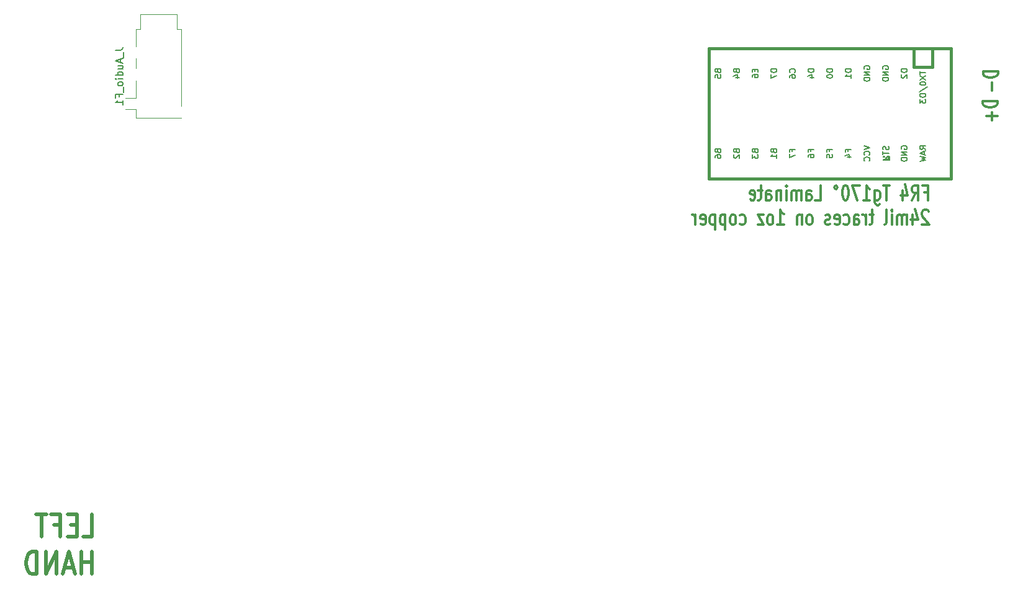
<source format=gbo>
G04 #@! TF.GenerationSoftware,KiCad,Pcbnew,(5.0.2)-1*
G04 #@! TF.CreationDate,2019-01-22T23:05:00+05:30*
G04 #@! TF.ProjectId,ErgodoxBle,4572676f-646f-4784-926c-652e6b696361,rev?*
G04 #@! TF.SameCoordinates,Original*
G04 #@! TF.FileFunction,Legend,Bot*
G04 #@! TF.FilePolarity,Positive*
%FSLAX46Y46*%
G04 Gerber Fmt 4.6, Leading zero omitted, Abs format (unit mm)*
G04 Created by KiCad (PCBNEW (5.0.2)-1) date 1/22/2019 11:05:00 PM*
%MOMM*%
%LPD*%
G01*
G04 APERTURE LIST*
%ADD10C,0.304800*%
%ADD11C,0.508000*%
%ADD12C,0.381000*%
%ADD13C,0.150000*%
%ADD14C,0.120000*%
G04 APERTURE END LIST*
D10*
X200753738Y-36246888D02*
X198721738Y-36246888D01*
X198721738Y-36609745D01*
X198818500Y-36827460D01*
X199012023Y-36972602D01*
X199205547Y-37045174D01*
X199592595Y-37117745D01*
X199882880Y-37117745D01*
X200269928Y-37045174D01*
X200463452Y-36972602D01*
X200656976Y-36827460D01*
X200753738Y-36609745D01*
X200753738Y-36246888D01*
X199979642Y-37770888D02*
X199979642Y-38932031D01*
X200705478Y-40305808D02*
X198673478Y-40305808D01*
X198673478Y-40668665D01*
X198770240Y-40886380D01*
X198963763Y-41031522D01*
X199157287Y-41104094D01*
X199544335Y-41176665D01*
X199834620Y-41176665D01*
X200221668Y-41104094D01*
X200415192Y-41031522D01*
X200608716Y-40886380D01*
X200705478Y-40668665D01*
X200705478Y-40305808D01*
X199931382Y-41829808D02*
X199931382Y-42990951D01*
X200705478Y-42410380D02*
X199157287Y-42410380D01*
D11*
X75960514Y-99803857D02*
X77170038Y-99803857D01*
X77170038Y-96755857D01*
X75113847Y-98207285D02*
X74267180Y-98207285D01*
X73904323Y-99803857D02*
X75113847Y-99803857D01*
X75113847Y-96755857D01*
X73904323Y-96755857D01*
X71969085Y-98207285D02*
X72815752Y-98207285D01*
X72815752Y-99803857D02*
X72815752Y-96755857D01*
X71606228Y-96755857D01*
X71001466Y-96755857D02*
X69550038Y-96755857D01*
X70275752Y-99803857D02*
X70275752Y-96755857D01*
X77170038Y-104883857D02*
X77170038Y-101835857D01*
X77170038Y-103287285D02*
X75718609Y-103287285D01*
X75718609Y-104883857D02*
X75718609Y-101835857D01*
X74630038Y-104013000D02*
X73420514Y-104013000D01*
X74871942Y-104883857D02*
X74025276Y-101835857D01*
X73178609Y-104883857D01*
X72331942Y-104883857D02*
X72331942Y-101835857D01*
X70880514Y-104883857D01*
X70880514Y-101835857D01*
X69670990Y-104883857D02*
X69670990Y-101835857D01*
X69066228Y-101835857D01*
X68703371Y-101981000D01*
X68461466Y-102271285D01*
X68340514Y-102561571D01*
X68219561Y-103142142D01*
X68219561Y-103577571D01*
X68340514Y-104158142D01*
X68461466Y-104448428D01*
X68703371Y-104738714D01*
X69066228Y-104883857D01*
X69670990Y-104883857D01*
D10*
X190701022Y-52788457D02*
X191209022Y-52788457D01*
X191209022Y-53852838D02*
X191209022Y-51820838D01*
X190483308Y-51820838D01*
X189031880Y-53852838D02*
X189539880Y-52885219D01*
X189902737Y-53852838D02*
X189902737Y-51820838D01*
X189322165Y-51820838D01*
X189177022Y-51917600D01*
X189104451Y-52014361D01*
X189031880Y-52207885D01*
X189031880Y-52498171D01*
X189104451Y-52691695D01*
X189177022Y-52788457D01*
X189322165Y-52885219D01*
X189902737Y-52885219D01*
X187725594Y-52498171D02*
X187725594Y-53852838D01*
X188088451Y-51724076D02*
X188451308Y-53175504D01*
X187507880Y-53175504D01*
X185983880Y-51820838D02*
X185113022Y-51820838D01*
X185548451Y-53852838D02*
X185548451Y-51820838D01*
X183951880Y-52498171D02*
X183951880Y-54143123D01*
X184024451Y-54336647D01*
X184097022Y-54433409D01*
X184242165Y-54530171D01*
X184459880Y-54530171D01*
X184605022Y-54433409D01*
X183951880Y-53756076D02*
X184097022Y-53852838D01*
X184387308Y-53852838D01*
X184532451Y-53756076D01*
X184605022Y-53659314D01*
X184677594Y-53465790D01*
X184677594Y-52885219D01*
X184605022Y-52691695D01*
X184532451Y-52594933D01*
X184387308Y-52498171D01*
X184097022Y-52498171D01*
X183951880Y-52594933D01*
X182427880Y-53852838D02*
X183298737Y-53852838D01*
X182863308Y-53852838D02*
X182863308Y-51820838D01*
X183008451Y-52111123D01*
X183153594Y-52304647D01*
X183298737Y-52401409D01*
X181919880Y-51820838D02*
X180903880Y-51820838D01*
X181557022Y-53852838D01*
X180033022Y-51820838D02*
X179887880Y-51820838D01*
X179742737Y-51917600D01*
X179670165Y-52014361D01*
X179597594Y-52207885D01*
X179525022Y-52594933D01*
X179525022Y-53078742D01*
X179597594Y-53465790D01*
X179670165Y-53659314D01*
X179742737Y-53756076D01*
X179887880Y-53852838D01*
X180033022Y-53852838D01*
X180178165Y-53756076D01*
X180250737Y-53659314D01*
X180323308Y-53465790D01*
X180395880Y-53078742D01*
X180395880Y-52594933D01*
X180323308Y-52207885D01*
X180250737Y-52014361D01*
X180178165Y-51917600D01*
X180033022Y-51820838D01*
X178654165Y-51820838D02*
X178799308Y-51917600D01*
X178871880Y-52111123D01*
X178799308Y-52304647D01*
X178654165Y-52401409D01*
X178509022Y-52304647D01*
X178436451Y-52111123D01*
X178509022Y-51917600D01*
X178654165Y-51820838D01*
X175823880Y-53852838D02*
X176549594Y-53852838D01*
X176549594Y-51820838D01*
X174662737Y-53852838D02*
X174662737Y-52788457D01*
X174735308Y-52594933D01*
X174880451Y-52498171D01*
X175170737Y-52498171D01*
X175315880Y-52594933D01*
X174662737Y-53756076D02*
X174807880Y-53852838D01*
X175170737Y-53852838D01*
X175315880Y-53756076D01*
X175388451Y-53562552D01*
X175388451Y-53369028D01*
X175315880Y-53175504D01*
X175170737Y-53078742D01*
X174807880Y-53078742D01*
X174662737Y-52981980D01*
X173937022Y-53852838D02*
X173937022Y-52498171D01*
X173937022Y-52691695D02*
X173864451Y-52594933D01*
X173719308Y-52498171D01*
X173501594Y-52498171D01*
X173356451Y-52594933D01*
X173283880Y-52788457D01*
X173283880Y-53852838D01*
X173283880Y-52788457D02*
X173211308Y-52594933D01*
X173066165Y-52498171D01*
X172848451Y-52498171D01*
X172703308Y-52594933D01*
X172630737Y-52788457D01*
X172630737Y-53852838D01*
X171905022Y-53852838D02*
X171905022Y-52498171D01*
X171905022Y-51820838D02*
X171977594Y-51917600D01*
X171905022Y-52014361D01*
X171832451Y-51917600D01*
X171905022Y-51820838D01*
X171905022Y-52014361D01*
X171179308Y-52498171D02*
X171179308Y-53852838D01*
X171179308Y-52691695D02*
X171106737Y-52594933D01*
X170961594Y-52498171D01*
X170743880Y-52498171D01*
X170598737Y-52594933D01*
X170526165Y-52788457D01*
X170526165Y-53852838D01*
X169147308Y-53852838D02*
X169147308Y-52788457D01*
X169219880Y-52594933D01*
X169365022Y-52498171D01*
X169655308Y-52498171D01*
X169800451Y-52594933D01*
X169147308Y-53756076D02*
X169292451Y-53852838D01*
X169655308Y-53852838D01*
X169800451Y-53756076D01*
X169873022Y-53562552D01*
X169873022Y-53369028D01*
X169800451Y-53175504D01*
X169655308Y-53078742D01*
X169292451Y-53078742D01*
X169147308Y-52981980D01*
X168639308Y-52498171D02*
X168058737Y-52498171D01*
X168421594Y-51820838D02*
X168421594Y-53562552D01*
X168349022Y-53756076D01*
X168203880Y-53852838D01*
X168058737Y-53852838D01*
X166970165Y-53756076D02*
X167115308Y-53852838D01*
X167405594Y-53852838D01*
X167550737Y-53756076D01*
X167623308Y-53562552D01*
X167623308Y-52788457D01*
X167550737Y-52594933D01*
X167405594Y-52498171D01*
X167115308Y-52498171D01*
X166970165Y-52594933D01*
X166897594Y-52788457D01*
X166897594Y-52981980D01*
X167623308Y-53175504D01*
X191281594Y-55367161D02*
X191209022Y-55270400D01*
X191063880Y-55173638D01*
X190701022Y-55173638D01*
X190555880Y-55270400D01*
X190483308Y-55367161D01*
X190410737Y-55560685D01*
X190410737Y-55754209D01*
X190483308Y-56044495D01*
X191354165Y-57205638D01*
X190410737Y-57205638D01*
X189104451Y-55850971D02*
X189104451Y-57205638D01*
X189467308Y-55076876D02*
X189830165Y-56528304D01*
X188886737Y-56528304D01*
X188306165Y-57205638D02*
X188306165Y-55850971D01*
X188306165Y-56044495D02*
X188233594Y-55947733D01*
X188088451Y-55850971D01*
X187870737Y-55850971D01*
X187725594Y-55947733D01*
X187653022Y-56141257D01*
X187653022Y-57205638D01*
X187653022Y-56141257D02*
X187580451Y-55947733D01*
X187435308Y-55850971D01*
X187217594Y-55850971D01*
X187072451Y-55947733D01*
X186999880Y-56141257D01*
X186999880Y-57205638D01*
X186274165Y-57205638D02*
X186274165Y-55850971D01*
X186274165Y-55173638D02*
X186346737Y-55270400D01*
X186274165Y-55367161D01*
X186201594Y-55270400D01*
X186274165Y-55173638D01*
X186274165Y-55367161D01*
X185330737Y-57205638D02*
X185475880Y-57108876D01*
X185548451Y-56915352D01*
X185548451Y-55173638D01*
X183806737Y-55850971D02*
X183226165Y-55850971D01*
X183589022Y-55173638D02*
X183589022Y-56915352D01*
X183516451Y-57108876D01*
X183371308Y-57205638D01*
X183226165Y-57205638D01*
X182718165Y-57205638D02*
X182718165Y-55850971D01*
X182718165Y-56238019D02*
X182645594Y-56044495D01*
X182573022Y-55947733D01*
X182427880Y-55850971D01*
X182282737Y-55850971D01*
X181121594Y-57205638D02*
X181121594Y-56141257D01*
X181194165Y-55947733D01*
X181339308Y-55850971D01*
X181629594Y-55850971D01*
X181774737Y-55947733D01*
X181121594Y-57108876D02*
X181266737Y-57205638D01*
X181629594Y-57205638D01*
X181774737Y-57108876D01*
X181847308Y-56915352D01*
X181847308Y-56721828D01*
X181774737Y-56528304D01*
X181629594Y-56431542D01*
X181266737Y-56431542D01*
X181121594Y-56334780D01*
X179742737Y-57108876D02*
X179887880Y-57205638D01*
X180178165Y-57205638D01*
X180323308Y-57108876D01*
X180395880Y-57012114D01*
X180468451Y-56818590D01*
X180468451Y-56238019D01*
X180395880Y-56044495D01*
X180323308Y-55947733D01*
X180178165Y-55850971D01*
X179887880Y-55850971D01*
X179742737Y-55947733D01*
X178509022Y-57108876D02*
X178654165Y-57205638D01*
X178944451Y-57205638D01*
X179089594Y-57108876D01*
X179162165Y-56915352D01*
X179162165Y-56141257D01*
X179089594Y-55947733D01*
X178944451Y-55850971D01*
X178654165Y-55850971D01*
X178509022Y-55947733D01*
X178436451Y-56141257D01*
X178436451Y-56334780D01*
X179162165Y-56528304D01*
X177855880Y-57108876D02*
X177710737Y-57205638D01*
X177420451Y-57205638D01*
X177275308Y-57108876D01*
X177202737Y-56915352D01*
X177202737Y-56818590D01*
X177275308Y-56625066D01*
X177420451Y-56528304D01*
X177638165Y-56528304D01*
X177783308Y-56431542D01*
X177855880Y-56238019D01*
X177855880Y-56141257D01*
X177783308Y-55947733D01*
X177638165Y-55850971D01*
X177420451Y-55850971D01*
X177275308Y-55947733D01*
X175170737Y-57205638D02*
X175315880Y-57108876D01*
X175388451Y-57012114D01*
X175461022Y-56818590D01*
X175461022Y-56238019D01*
X175388451Y-56044495D01*
X175315880Y-55947733D01*
X175170737Y-55850971D01*
X174953022Y-55850971D01*
X174807880Y-55947733D01*
X174735308Y-56044495D01*
X174662737Y-56238019D01*
X174662737Y-56818590D01*
X174735308Y-57012114D01*
X174807880Y-57108876D01*
X174953022Y-57205638D01*
X175170737Y-57205638D01*
X174009594Y-55850971D02*
X174009594Y-57205638D01*
X174009594Y-56044495D02*
X173937022Y-55947733D01*
X173791880Y-55850971D01*
X173574165Y-55850971D01*
X173429022Y-55947733D01*
X173356451Y-56141257D01*
X173356451Y-57205638D01*
X170671308Y-57205638D02*
X171542165Y-57205638D01*
X171106737Y-57205638D02*
X171106737Y-55173638D01*
X171251880Y-55463923D01*
X171397022Y-55657447D01*
X171542165Y-55754209D01*
X169800451Y-57205638D02*
X169945594Y-57108876D01*
X170018165Y-57012114D01*
X170090737Y-56818590D01*
X170090737Y-56238019D01*
X170018165Y-56044495D01*
X169945594Y-55947733D01*
X169800451Y-55850971D01*
X169582737Y-55850971D01*
X169437594Y-55947733D01*
X169365022Y-56044495D01*
X169292451Y-56238019D01*
X169292451Y-56818590D01*
X169365022Y-57012114D01*
X169437594Y-57108876D01*
X169582737Y-57205638D01*
X169800451Y-57205638D01*
X168784451Y-55850971D02*
X167986165Y-55850971D01*
X168784451Y-57205638D01*
X167986165Y-57205638D01*
X165591308Y-57108876D02*
X165736451Y-57205638D01*
X166026737Y-57205638D01*
X166171880Y-57108876D01*
X166244451Y-57012114D01*
X166317022Y-56818590D01*
X166317022Y-56238019D01*
X166244451Y-56044495D01*
X166171880Y-55947733D01*
X166026737Y-55850971D01*
X165736451Y-55850971D01*
X165591308Y-55947733D01*
X164720451Y-57205638D02*
X164865594Y-57108876D01*
X164938165Y-57012114D01*
X165010737Y-56818590D01*
X165010737Y-56238019D01*
X164938165Y-56044495D01*
X164865594Y-55947733D01*
X164720451Y-55850971D01*
X164502737Y-55850971D01*
X164357594Y-55947733D01*
X164285022Y-56044495D01*
X164212451Y-56238019D01*
X164212451Y-56818590D01*
X164285022Y-57012114D01*
X164357594Y-57108876D01*
X164502737Y-57205638D01*
X164720451Y-57205638D01*
X163559308Y-55850971D02*
X163559308Y-57882971D01*
X163559308Y-55947733D02*
X163414165Y-55850971D01*
X163123880Y-55850971D01*
X162978737Y-55947733D01*
X162906165Y-56044495D01*
X162833594Y-56238019D01*
X162833594Y-56818590D01*
X162906165Y-57012114D01*
X162978737Y-57108876D01*
X163123880Y-57205638D01*
X163414165Y-57205638D01*
X163559308Y-57108876D01*
X162180451Y-55850971D02*
X162180451Y-57882971D01*
X162180451Y-55947733D02*
X162035308Y-55850971D01*
X161745022Y-55850971D01*
X161599880Y-55947733D01*
X161527308Y-56044495D01*
X161454737Y-56238019D01*
X161454737Y-56818590D01*
X161527308Y-57012114D01*
X161599880Y-57108876D01*
X161745022Y-57205638D01*
X162035308Y-57205638D01*
X162180451Y-57108876D01*
X160221022Y-57108876D02*
X160366165Y-57205638D01*
X160656451Y-57205638D01*
X160801594Y-57108876D01*
X160874165Y-56915352D01*
X160874165Y-56141257D01*
X160801594Y-55947733D01*
X160656451Y-55850971D01*
X160366165Y-55850971D01*
X160221022Y-55947733D01*
X160148451Y-56141257D01*
X160148451Y-56334780D01*
X160874165Y-56528304D01*
X159495308Y-57205638D02*
X159495308Y-55850971D01*
X159495308Y-56238019D02*
X159422737Y-56044495D01*
X159350165Y-55947733D01*
X159205022Y-55850971D01*
X159059880Y-55850971D01*
D12*
G04 #@! TO.C,proMicro1*
X189280800Y-35661600D02*
X189280800Y-33121600D01*
X191820800Y-35661600D02*
X189280800Y-35661600D01*
D13*
G36*
X185531770Y-48056235D02*
X185431770Y-48056235D01*
X185431770Y-48156235D01*
X185531770Y-48156235D01*
X185531770Y-48056235D01*
G37*
X185531770Y-48056235D02*
X185431770Y-48056235D01*
X185431770Y-48156235D01*
X185531770Y-48156235D01*
X185531770Y-48056235D01*
G36*
X185931770Y-48256235D02*
X185131770Y-48256235D01*
X185131770Y-48356235D01*
X185931770Y-48356235D01*
X185931770Y-48256235D01*
G37*
X185931770Y-48256235D02*
X185131770Y-48256235D01*
X185131770Y-48356235D01*
X185931770Y-48356235D01*
X185931770Y-48256235D01*
G36*
X185331770Y-47856235D02*
X185131770Y-47856235D01*
X185131770Y-47956235D01*
X185331770Y-47956235D01*
X185331770Y-47856235D01*
G37*
X185331770Y-47856235D02*
X185131770Y-47856235D01*
X185131770Y-47956235D01*
X185331770Y-47956235D01*
X185331770Y-47856235D01*
G36*
X185931770Y-47856235D02*
X185631770Y-47856235D01*
X185631770Y-47956235D01*
X185931770Y-47956235D01*
X185931770Y-47856235D01*
G37*
X185931770Y-47856235D02*
X185631770Y-47856235D01*
X185631770Y-47956235D01*
X185931770Y-47956235D01*
X185931770Y-47856235D01*
G36*
X185931770Y-47856235D02*
X185831770Y-47856235D01*
X185831770Y-48356235D01*
X185931770Y-48356235D01*
X185931770Y-47856235D01*
G37*
X185931770Y-47856235D02*
X185831770Y-47856235D01*
X185831770Y-48356235D01*
X185931770Y-48356235D01*
X185931770Y-47856235D01*
D12*
X161340800Y-50901600D02*
X194360800Y-50901600D01*
X161340800Y-33121600D02*
X161340800Y-50901600D01*
X194360800Y-33121600D02*
X161340800Y-33121600D01*
X194360800Y-50901600D02*
X194360800Y-33121600D01*
X191820800Y-35661600D02*
X191820800Y-33121600D01*
D14*
G04 #@! TO.C,J_Audio_F1*
X83183800Y-39930800D02*
X81783800Y-39930800D01*
X83183800Y-41480800D02*
X81783800Y-41480800D01*
X89383800Y-41030800D02*
X89383800Y-30505800D01*
X83183800Y-41480800D02*
X83183800Y-42605800D01*
X83183800Y-37530800D02*
X83183800Y-39930800D01*
X83183800Y-34530800D02*
X83183800Y-35880800D01*
X83183800Y-30505800D02*
X83183800Y-32880800D01*
X89383800Y-42605800D02*
X83183800Y-42605800D01*
X83183800Y-30505800D02*
X83783800Y-30505800D01*
X88783800Y-30505800D02*
X89383800Y-30505800D01*
X83783800Y-28505800D02*
X88783800Y-28505800D01*
X83783800Y-30505800D02*
X83783800Y-28505800D01*
X88783800Y-30505800D02*
X88783800Y-28505800D01*
G04 #@! TO.C,proMicro1*
D13*
X188372704Y-35960123D02*
X187572704Y-35960123D01*
X187572704Y-36150600D01*
X187610800Y-36264885D01*
X187686990Y-36341076D01*
X187763180Y-36379171D01*
X187915561Y-36417266D01*
X188029847Y-36417266D01*
X188182228Y-36379171D01*
X188258419Y-36341076D01*
X188334609Y-36264885D01*
X188372704Y-36150600D01*
X188372704Y-35960123D01*
X187648895Y-36722028D02*
X187610800Y-36760123D01*
X187572704Y-36836314D01*
X187572704Y-37026790D01*
X187610800Y-37102980D01*
X187648895Y-37141076D01*
X187725085Y-37179171D01*
X187801276Y-37179171D01*
X187915561Y-37141076D01*
X188372704Y-36683933D01*
X188372704Y-37179171D01*
X178212704Y-35960123D02*
X177412704Y-35960123D01*
X177412704Y-36150600D01*
X177450800Y-36264885D01*
X177526990Y-36341076D01*
X177603180Y-36379171D01*
X177755561Y-36417266D01*
X177869847Y-36417266D01*
X178022228Y-36379171D01*
X178098419Y-36341076D01*
X178174609Y-36264885D01*
X178212704Y-36150600D01*
X178212704Y-35960123D01*
X177412704Y-36912504D02*
X177412704Y-36988695D01*
X177450800Y-37064885D01*
X177488895Y-37102980D01*
X177565085Y-37141076D01*
X177717466Y-37179171D01*
X177907942Y-37179171D01*
X178060323Y-37141076D01*
X178136514Y-37102980D01*
X178174609Y-37064885D01*
X178212704Y-36988695D01*
X178212704Y-36912504D01*
X178174609Y-36836314D01*
X178136514Y-36798219D01*
X178060323Y-36760123D01*
X177907942Y-36722028D01*
X177717466Y-36722028D01*
X177565085Y-36760123D01*
X177488895Y-36798219D01*
X177450800Y-36836314D01*
X177412704Y-36912504D01*
X180752704Y-35960123D02*
X179952704Y-35960123D01*
X179952704Y-36150600D01*
X179990800Y-36264885D01*
X180066990Y-36341076D01*
X180143180Y-36379171D01*
X180295561Y-36417266D01*
X180409847Y-36417266D01*
X180562228Y-36379171D01*
X180638419Y-36341076D01*
X180714609Y-36264885D01*
X180752704Y-36150600D01*
X180752704Y-35960123D01*
X180752704Y-37179171D02*
X180752704Y-36722028D01*
X180752704Y-36950600D02*
X179952704Y-36950600D01*
X180066990Y-36874409D01*
X180143180Y-36798219D01*
X180181276Y-36722028D01*
X182530800Y-35941076D02*
X182492704Y-35864885D01*
X182492704Y-35750600D01*
X182530800Y-35636314D01*
X182606990Y-35560123D01*
X182683180Y-35522028D01*
X182835561Y-35483933D01*
X182949847Y-35483933D01*
X183102228Y-35522028D01*
X183178419Y-35560123D01*
X183254609Y-35636314D01*
X183292704Y-35750600D01*
X183292704Y-35826790D01*
X183254609Y-35941076D01*
X183216514Y-35979171D01*
X182949847Y-35979171D01*
X182949847Y-35826790D01*
X183292704Y-36322028D02*
X182492704Y-36322028D01*
X183292704Y-36779171D01*
X182492704Y-36779171D01*
X183292704Y-37160123D02*
X182492704Y-37160123D01*
X182492704Y-37350600D01*
X182530800Y-37464885D01*
X182606990Y-37541076D01*
X182683180Y-37579171D01*
X182835561Y-37617266D01*
X182949847Y-37617266D01*
X183102228Y-37579171D01*
X183178419Y-37541076D01*
X183254609Y-37464885D01*
X183292704Y-37350600D01*
X183292704Y-37160123D01*
X185070800Y-35941076D02*
X185032704Y-35864885D01*
X185032704Y-35750600D01*
X185070800Y-35636314D01*
X185146990Y-35560123D01*
X185223180Y-35522028D01*
X185375561Y-35483933D01*
X185489847Y-35483933D01*
X185642228Y-35522028D01*
X185718419Y-35560123D01*
X185794609Y-35636314D01*
X185832704Y-35750600D01*
X185832704Y-35826790D01*
X185794609Y-35941076D01*
X185756514Y-35979171D01*
X185489847Y-35979171D01*
X185489847Y-35826790D01*
X185832704Y-36322028D02*
X185032704Y-36322028D01*
X185832704Y-36779171D01*
X185032704Y-36779171D01*
X185832704Y-37160123D02*
X185032704Y-37160123D01*
X185032704Y-37350600D01*
X185070800Y-37464885D01*
X185146990Y-37541076D01*
X185223180Y-37579171D01*
X185375561Y-37617266D01*
X185489847Y-37617266D01*
X185642228Y-37579171D01*
X185718419Y-37541076D01*
X185794609Y-37464885D01*
X185832704Y-37350600D01*
X185832704Y-37160123D01*
X175672704Y-35960123D02*
X174872704Y-35960123D01*
X174872704Y-36150600D01*
X174910800Y-36264885D01*
X174986990Y-36341076D01*
X175063180Y-36379171D01*
X175215561Y-36417266D01*
X175329847Y-36417266D01*
X175482228Y-36379171D01*
X175558419Y-36341076D01*
X175634609Y-36264885D01*
X175672704Y-36150600D01*
X175672704Y-35960123D01*
X175139371Y-37102980D02*
X175672704Y-37102980D01*
X174834609Y-36912504D02*
X175406038Y-36722028D01*
X175406038Y-37217266D01*
X173056514Y-36417266D02*
X173094609Y-36379171D01*
X173132704Y-36264885D01*
X173132704Y-36188695D01*
X173094609Y-36074409D01*
X173018419Y-35998219D01*
X172942228Y-35960123D01*
X172789847Y-35922028D01*
X172675561Y-35922028D01*
X172523180Y-35960123D01*
X172446990Y-35998219D01*
X172370800Y-36074409D01*
X172332704Y-36188695D01*
X172332704Y-36264885D01*
X172370800Y-36379171D01*
X172408895Y-36417266D01*
X172332704Y-37102980D02*
X172332704Y-36950600D01*
X172370800Y-36874409D01*
X172408895Y-36836314D01*
X172523180Y-36760123D01*
X172675561Y-36722028D01*
X172980323Y-36722028D01*
X173056514Y-36760123D01*
X173094609Y-36798219D01*
X173132704Y-36874409D01*
X173132704Y-37026790D01*
X173094609Y-37102980D01*
X173056514Y-37141076D01*
X172980323Y-37179171D01*
X172789847Y-37179171D01*
X172713657Y-37141076D01*
X172675561Y-37102980D01*
X172637466Y-37026790D01*
X172637466Y-36874409D01*
X172675561Y-36798219D01*
X172713657Y-36760123D01*
X172789847Y-36722028D01*
X170592704Y-35960123D02*
X169792704Y-35960123D01*
X169792704Y-36150600D01*
X169830800Y-36264885D01*
X169906990Y-36341076D01*
X169983180Y-36379171D01*
X170135561Y-36417266D01*
X170249847Y-36417266D01*
X170402228Y-36379171D01*
X170478419Y-36341076D01*
X170554609Y-36264885D01*
X170592704Y-36150600D01*
X170592704Y-35960123D01*
X169792704Y-36683933D02*
X169792704Y-37217266D01*
X170592704Y-36874409D01*
X167633657Y-35998219D02*
X167633657Y-36264885D01*
X168052704Y-36379171D02*
X168052704Y-35998219D01*
X167252704Y-35998219D01*
X167252704Y-36379171D01*
X167252704Y-37064885D02*
X167252704Y-36912504D01*
X167290800Y-36836314D01*
X167328895Y-36798219D01*
X167443180Y-36722028D01*
X167595561Y-36683933D01*
X167900323Y-36683933D01*
X167976514Y-36722028D01*
X168014609Y-36760123D01*
X168052704Y-36836314D01*
X168052704Y-36988695D01*
X168014609Y-37064885D01*
X167976514Y-37102980D01*
X167900323Y-37141076D01*
X167709847Y-37141076D01*
X167633657Y-37102980D01*
X167595561Y-37064885D01*
X167557466Y-36988695D01*
X167557466Y-36836314D01*
X167595561Y-36760123D01*
X167633657Y-36722028D01*
X167709847Y-36683933D01*
X165093657Y-36226790D02*
X165131752Y-36341076D01*
X165169847Y-36379171D01*
X165246038Y-36417266D01*
X165360323Y-36417266D01*
X165436514Y-36379171D01*
X165474609Y-36341076D01*
X165512704Y-36264885D01*
X165512704Y-35960123D01*
X164712704Y-35960123D01*
X164712704Y-36226790D01*
X164750800Y-36302980D01*
X164788895Y-36341076D01*
X164865085Y-36379171D01*
X164941276Y-36379171D01*
X165017466Y-36341076D01*
X165055561Y-36302980D01*
X165093657Y-36226790D01*
X165093657Y-35960123D01*
X164979371Y-37102980D02*
X165512704Y-37102980D01*
X164674609Y-36912504D02*
X165246038Y-36722028D01*
X165246038Y-37217266D01*
X162553657Y-36226790D02*
X162591752Y-36341076D01*
X162629847Y-36379171D01*
X162706038Y-36417266D01*
X162820323Y-36417266D01*
X162896514Y-36379171D01*
X162934609Y-36341076D01*
X162972704Y-36264885D01*
X162972704Y-35960123D01*
X162172704Y-35960123D01*
X162172704Y-36226790D01*
X162210800Y-36302980D01*
X162248895Y-36341076D01*
X162325085Y-36379171D01*
X162401276Y-36379171D01*
X162477466Y-36341076D01*
X162515561Y-36302980D01*
X162553657Y-36226790D01*
X162553657Y-35960123D01*
X162172704Y-37141076D02*
X162172704Y-36760123D01*
X162553657Y-36722028D01*
X162515561Y-36760123D01*
X162477466Y-36836314D01*
X162477466Y-37026790D01*
X162515561Y-37102980D01*
X162553657Y-37141076D01*
X162629847Y-37179171D01*
X162820323Y-37179171D01*
X162896514Y-37141076D01*
X162934609Y-37102980D01*
X162972704Y-37026790D01*
X162972704Y-36836314D01*
X162934609Y-36760123D01*
X162896514Y-36722028D01*
X162553657Y-47148790D02*
X162591752Y-47263076D01*
X162629847Y-47301171D01*
X162706038Y-47339266D01*
X162820323Y-47339266D01*
X162896514Y-47301171D01*
X162934609Y-47263076D01*
X162972704Y-47186885D01*
X162972704Y-46882123D01*
X162172704Y-46882123D01*
X162172704Y-47148790D01*
X162210800Y-47224980D01*
X162248895Y-47263076D01*
X162325085Y-47301171D01*
X162401276Y-47301171D01*
X162477466Y-47263076D01*
X162515561Y-47224980D01*
X162553657Y-47148790D01*
X162553657Y-46882123D01*
X162172704Y-48024980D02*
X162172704Y-47872600D01*
X162210800Y-47796409D01*
X162248895Y-47758314D01*
X162363180Y-47682123D01*
X162515561Y-47644028D01*
X162820323Y-47644028D01*
X162896514Y-47682123D01*
X162934609Y-47720219D01*
X162972704Y-47796409D01*
X162972704Y-47948790D01*
X162934609Y-48024980D01*
X162896514Y-48063076D01*
X162820323Y-48101171D01*
X162629847Y-48101171D01*
X162553657Y-48063076D01*
X162515561Y-48024980D01*
X162477466Y-47948790D01*
X162477466Y-47796409D01*
X162515561Y-47720219D01*
X162553657Y-47682123D01*
X162629847Y-47644028D01*
X167633657Y-47148790D02*
X167671752Y-47263076D01*
X167709847Y-47301171D01*
X167786038Y-47339266D01*
X167900323Y-47339266D01*
X167976514Y-47301171D01*
X168014609Y-47263076D01*
X168052704Y-47186885D01*
X168052704Y-46882123D01*
X167252704Y-46882123D01*
X167252704Y-47148790D01*
X167290800Y-47224980D01*
X167328895Y-47263076D01*
X167405085Y-47301171D01*
X167481276Y-47301171D01*
X167557466Y-47263076D01*
X167595561Y-47224980D01*
X167633657Y-47148790D01*
X167633657Y-46882123D01*
X167252704Y-47605933D02*
X167252704Y-48101171D01*
X167557466Y-47834504D01*
X167557466Y-47948790D01*
X167595561Y-48024980D01*
X167633657Y-48063076D01*
X167709847Y-48101171D01*
X167900323Y-48101171D01*
X167976514Y-48063076D01*
X168014609Y-48024980D01*
X168052704Y-47948790D01*
X168052704Y-47720219D01*
X168014609Y-47644028D01*
X167976514Y-47605933D01*
X170173657Y-47148790D02*
X170211752Y-47263076D01*
X170249847Y-47301171D01*
X170326038Y-47339266D01*
X170440323Y-47339266D01*
X170516514Y-47301171D01*
X170554609Y-47263076D01*
X170592704Y-47186885D01*
X170592704Y-46882123D01*
X169792704Y-46882123D01*
X169792704Y-47148790D01*
X169830800Y-47224980D01*
X169868895Y-47263076D01*
X169945085Y-47301171D01*
X170021276Y-47301171D01*
X170097466Y-47263076D01*
X170135561Y-47224980D01*
X170173657Y-47148790D01*
X170173657Y-46882123D01*
X170592704Y-48101171D02*
X170592704Y-47644028D01*
X170592704Y-47872600D02*
X169792704Y-47872600D01*
X169906990Y-47796409D01*
X169983180Y-47720219D01*
X170021276Y-47644028D01*
X180333657Y-47205933D02*
X180333657Y-46939266D01*
X180752704Y-46939266D02*
X179952704Y-46939266D01*
X179952704Y-47320219D01*
X180219371Y-47967838D02*
X180752704Y-47967838D01*
X179914609Y-47777361D02*
X180486038Y-47586885D01*
X180486038Y-48082123D01*
X182492704Y-46405933D02*
X183292704Y-46672600D01*
X182492704Y-46939266D01*
X183216514Y-47663076D02*
X183254609Y-47624980D01*
X183292704Y-47510695D01*
X183292704Y-47434504D01*
X183254609Y-47320219D01*
X183178419Y-47244028D01*
X183102228Y-47205933D01*
X182949847Y-47167838D01*
X182835561Y-47167838D01*
X182683180Y-47205933D01*
X182606990Y-47244028D01*
X182530800Y-47320219D01*
X182492704Y-47434504D01*
X182492704Y-47510695D01*
X182530800Y-47624980D01*
X182568895Y-47663076D01*
X183216514Y-48463076D02*
X183254609Y-48424980D01*
X183292704Y-48310695D01*
X183292704Y-48234504D01*
X183254609Y-48120219D01*
X183178419Y-48044028D01*
X183102228Y-48005933D01*
X182949847Y-47967838D01*
X182835561Y-47967838D01*
X182683180Y-48005933D01*
X182606990Y-48044028D01*
X182530800Y-48120219D01*
X182492704Y-48234504D01*
X182492704Y-48310695D01*
X182530800Y-48424980D01*
X182568895Y-48463076D01*
X187610800Y-46863076D02*
X187572704Y-46786885D01*
X187572704Y-46672600D01*
X187610800Y-46558314D01*
X187686990Y-46482123D01*
X187763180Y-46444028D01*
X187915561Y-46405933D01*
X188029847Y-46405933D01*
X188182228Y-46444028D01*
X188258419Y-46482123D01*
X188334609Y-46558314D01*
X188372704Y-46672600D01*
X188372704Y-46748790D01*
X188334609Y-46863076D01*
X188296514Y-46901171D01*
X188029847Y-46901171D01*
X188029847Y-46748790D01*
X188372704Y-47244028D02*
X187572704Y-47244028D01*
X188372704Y-47701171D01*
X187572704Y-47701171D01*
X188372704Y-48082123D02*
X187572704Y-48082123D01*
X187572704Y-48272600D01*
X187610800Y-48386885D01*
X187686990Y-48463076D01*
X187763180Y-48501171D01*
X187915561Y-48539266D01*
X188029847Y-48539266D01*
X188182228Y-48501171D01*
X188258419Y-48463076D01*
X188334609Y-48386885D01*
X188372704Y-48272600D01*
X188372704Y-48082123D01*
X190912704Y-46920219D02*
X190531752Y-46653552D01*
X190912704Y-46463076D02*
X190112704Y-46463076D01*
X190112704Y-46767838D01*
X190150800Y-46844028D01*
X190188895Y-46882123D01*
X190265085Y-46920219D01*
X190379371Y-46920219D01*
X190455561Y-46882123D01*
X190493657Y-46844028D01*
X190531752Y-46767838D01*
X190531752Y-46463076D01*
X190684133Y-47224980D02*
X190684133Y-47605933D01*
X190912704Y-47148790D02*
X190112704Y-47415457D01*
X190912704Y-47682123D01*
X190112704Y-47872600D02*
X190912704Y-48063076D01*
X190341276Y-48215457D01*
X190912704Y-48367838D01*
X190112704Y-48558314D01*
X177793657Y-47205933D02*
X177793657Y-46939266D01*
X178212704Y-46939266D02*
X177412704Y-46939266D01*
X177412704Y-47320219D01*
X177412704Y-48005933D02*
X177412704Y-47624980D01*
X177793657Y-47586885D01*
X177755561Y-47624980D01*
X177717466Y-47701171D01*
X177717466Y-47891647D01*
X177755561Y-47967838D01*
X177793657Y-48005933D01*
X177869847Y-48044028D01*
X178060323Y-48044028D01*
X178136514Y-48005933D01*
X178174609Y-47967838D01*
X178212704Y-47891647D01*
X178212704Y-47701171D01*
X178174609Y-47624980D01*
X178136514Y-47586885D01*
X175253657Y-47205933D02*
X175253657Y-46939266D01*
X175672704Y-46939266D02*
X174872704Y-46939266D01*
X174872704Y-47320219D01*
X174872704Y-47967838D02*
X174872704Y-47815457D01*
X174910800Y-47739266D01*
X174948895Y-47701171D01*
X175063180Y-47624980D01*
X175215561Y-47586885D01*
X175520323Y-47586885D01*
X175596514Y-47624980D01*
X175634609Y-47663076D01*
X175672704Y-47739266D01*
X175672704Y-47891647D01*
X175634609Y-47967838D01*
X175596514Y-48005933D01*
X175520323Y-48044028D01*
X175329847Y-48044028D01*
X175253657Y-48005933D01*
X175215561Y-47967838D01*
X175177466Y-47891647D01*
X175177466Y-47739266D01*
X175215561Y-47663076D01*
X175253657Y-47624980D01*
X175329847Y-47586885D01*
X172713657Y-47205933D02*
X172713657Y-46939266D01*
X173132704Y-46939266D02*
X172332704Y-46939266D01*
X172332704Y-47320219D01*
X172332704Y-47548790D02*
X172332704Y-48082123D01*
X173132704Y-47739266D01*
X165093657Y-47148790D02*
X165131752Y-47263076D01*
X165169847Y-47301171D01*
X165246038Y-47339266D01*
X165360323Y-47339266D01*
X165436514Y-47301171D01*
X165474609Y-47263076D01*
X165512704Y-47186885D01*
X165512704Y-46882123D01*
X164712704Y-46882123D01*
X164712704Y-47148790D01*
X164750800Y-47224980D01*
X164788895Y-47263076D01*
X164865085Y-47301171D01*
X164941276Y-47301171D01*
X165017466Y-47263076D01*
X165055561Y-47224980D01*
X165093657Y-47148790D01*
X165093657Y-46882123D01*
X164788895Y-47644028D02*
X164750800Y-47682123D01*
X164712704Y-47758314D01*
X164712704Y-47948790D01*
X164750800Y-48024980D01*
X164788895Y-48063076D01*
X164865085Y-48101171D01*
X164941276Y-48101171D01*
X165055561Y-48063076D01*
X165512704Y-47605933D01*
X165512704Y-48101171D01*
X190112704Y-36249251D02*
X190112704Y-36706394D01*
X190912704Y-36477823D02*
X190112704Y-36477823D01*
X190112704Y-36896870D02*
X190912704Y-37430204D01*
X190112704Y-37430204D02*
X190912704Y-36896870D01*
X190112704Y-37887347D02*
X190112704Y-37963537D01*
X190150800Y-38039728D01*
X190188895Y-38077823D01*
X190265085Y-38115918D01*
X190417466Y-38154013D01*
X190607942Y-38154013D01*
X190760323Y-38115918D01*
X190836514Y-38077823D01*
X190874609Y-38039728D01*
X190912704Y-37963537D01*
X190912704Y-37887347D01*
X190874609Y-37811156D01*
X190836514Y-37773061D01*
X190760323Y-37734966D01*
X190607942Y-37696870D01*
X190417466Y-37696870D01*
X190265085Y-37734966D01*
X190188895Y-37773061D01*
X190150800Y-37811156D01*
X190112704Y-37887347D01*
X190074609Y-39068299D02*
X191103180Y-38382585D01*
X190912704Y-39334966D02*
X190112704Y-39334966D01*
X190112704Y-39525442D01*
X190150800Y-39639728D01*
X190226990Y-39715918D01*
X190303180Y-39754013D01*
X190455561Y-39792108D01*
X190569847Y-39792108D01*
X190722228Y-39754013D01*
X190798419Y-39715918D01*
X190874609Y-39639728D01*
X190912704Y-39525442D01*
X190912704Y-39334966D01*
X190112704Y-40058775D02*
X190112704Y-40554013D01*
X190417466Y-40287347D01*
X190417466Y-40401632D01*
X190455561Y-40477823D01*
X190493657Y-40515918D01*
X190569847Y-40554013D01*
X190760323Y-40554013D01*
X190836514Y-40515918D01*
X190874609Y-40477823D01*
X190912704Y-40401632D01*
X190912704Y-40173061D01*
X190874609Y-40096870D01*
X190836514Y-40058775D01*
X185814609Y-46518266D02*
X185852704Y-46632552D01*
X185852704Y-46823028D01*
X185814609Y-46899219D01*
X185776514Y-46937314D01*
X185700323Y-46975409D01*
X185624133Y-46975409D01*
X185547942Y-46937314D01*
X185509847Y-46899219D01*
X185471752Y-46823028D01*
X185433657Y-46670647D01*
X185395561Y-46594457D01*
X185357466Y-46556361D01*
X185281276Y-46518266D01*
X185205085Y-46518266D01*
X185128895Y-46556361D01*
X185090800Y-46594457D01*
X185052704Y-46670647D01*
X185052704Y-46861123D01*
X185090800Y-46975409D01*
X185052704Y-47203980D02*
X185052704Y-47661123D01*
X185852704Y-47432552D02*
X185052704Y-47432552D01*
G04 #@! TO.C,J_Audio_F1*
X80386180Y-33383180D02*
X81100466Y-33383180D01*
X81243323Y-33335561D01*
X81338561Y-33240323D01*
X81386180Y-33097466D01*
X81386180Y-33002228D01*
X81481419Y-33621276D02*
X81481419Y-34383180D01*
X81100466Y-34573657D02*
X81100466Y-35049847D01*
X81386180Y-34478419D02*
X80386180Y-34811752D01*
X81386180Y-35145085D01*
X80719514Y-35906990D02*
X81386180Y-35906990D01*
X80719514Y-35478419D02*
X81243323Y-35478419D01*
X81338561Y-35526038D01*
X81386180Y-35621276D01*
X81386180Y-35764133D01*
X81338561Y-35859371D01*
X81290942Y-35906990D01*
X81386180Y-36811752D02*
X80386180Y-36811752D01*
X81338561Y-36811752D02*
X81386180Y-36716514D01*
X81386180Y-36526038D01*
X81338561Y-36430800D01*
X81290942Y-36383180D01*
X81195704Y-36335561D01*
X80909990Y-36335561D01*
X80814752Y-36383180D01*
X80767133Y-36430800D01*
X80719514Y-36526038D01*
X80719514Y-36716514D01*
X80767133Y-36811752D01*
X81386180Y-37287942D02*
X80719514Y-37287942D01*
X80386180Y-37287942D02*
X80433800Y-37240323D01*
X80481419Y-37287942D01*
X80433800Y-37335561D01*
X80386180Y-37287942D01*
X80481419Y-37287942D01*
X81386180Y-37906990D02*
X81338561Y-37811752D01*
X81290942Y-37764133D01*
X81195704Y-37716514D01*
X80909990Y-37716514D01*
X80814752Y-37764133D01*
X80767133Y-37811752D01*
X80719514Y-37906990D01*
X80719514Y-38049847D01*
X80767133Y-38145085D01*
X80814752Y-38192704D01*
X80909990Y-38240323D01*
X81195704Y-38240323D01*
X81290942Y-38192704D01*
X81338561Y-38145085D01*
X81386180Y-38049847D01*
X81386180Y-37906990D01*
X81481419Y-38430800D02*
X81481419Y-39192704D01*
X80862371Y-39764133D02*
X80862371Y-39430800D01*
X81386180Y-39430800D02*
X80386180Y-39430800D01*
X80386180Y-39906990D01*
X81386180Y-40811752D02*
X81386180Y-40240323D01*
X81386180Y-40526038D02*
X80386180Y-40526038D01*
X80529038Y-40430800D01*
X80624276Y-40335561D01*
X80671895Y-40240323D01*
G04 #@! TD*
M02*

</source>
